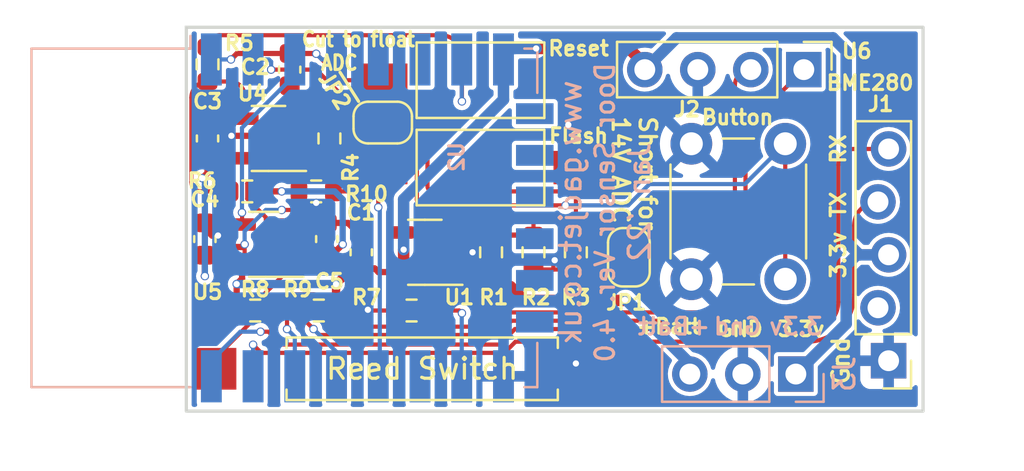
<source format=kicad_pcb>
(kicad_pcb (version 20211014) (generator pcbnew)
  (layers (0 "F.Cu" signal) (31 "B.Cu" signal) (34 "B.Paste" user) (35 "F.Paste" user) (36 "B.SilkS" user "B.Silkscreen") (37 "F.SilkS" user "F.Silkscreen") (38 "B.Mask" user) (39 "F.Mask" user) (44 "Edge.Cuts" user))
  (net 0 "")
  (net 1 "VCC")
  (net 2 "GND")
  (net 3 "Net-(C5-Pad1)")
  (net 5 "Net-(J1-Pad4)")
  (net 6 "Net-(J1-Pad5)")
  (net 7 "+BATT")
  (net 8 "Net-(JP1-Pad2)")
  (net 9 "Net-(R5-Pad1)")
  (net 10 "GPIO13")
  (net 11 "SCL")
  (net 12 "SDA")
  (net 13 "Net-(JP1-Pad1)")
  (net 14 "Net-(SW2-Pad2)")
  (net 16 "EN")
  (net 25 "Net-(J2-Pad1)")
  (net 26 "Net-(R7-Pad1)")
  (net 28 "Net-(JP2-Pad2)")
  (net 29 "Net-(R10-Pad2)")
  (footprint "Resistor_SMD:R_0603_1608Metric" (layer "F.Cu") (at 139.954 92.202 -90)
    (fp_text reference "R2" (at 2.159 -0.127 180) (layer "F.SilkS") (effects (font (size 0.7 0.7) (thickness 0.153))))
    (fp_text value "1M05")
    (pad "1" smd roundrect locked (at -0.825 0 270) (size 0.8 0.95) (layers "F.Cu" "F.Paste" "F.Mask") (net 8 "Net-(JP1-Pad2)"))
    (pad "2" smd roundrect locked (at 0.825 0 270) (size 0.8 0.95) (layers "F.Cu" "F.Paste" "F.Mask") (net 2 "GND"))
  )
  (footprint "Capacitor_SMD:C_0603_1608Metric" (layer "F.Cu") (at 128.27 83.439 -90)
    (fp_text reference "C2" (at -0.127 1.651 180) (layer "F.SilkS") (effects (font (size 0.7 0.7) (thickness 0.153))))
    (fp_text value "100nF")
    (pad "1" smd roundrect locked (at -0.775 0 270) (size 0.9 0.95) (layers "F.Cu" "F.Paste" "F.Mask") (net 14 "Net-(SW2-Pad2)"))
    (pad "2" smd roundrect locked (at 0.775 0 270) (size 0.9 0.95) (layers "F.Cu" "F.Paste" "F.Mask") (net 2 "GND"))
  )
  (footprint "Connector_PinHeader_2.54mm:PinHeader_1x04_P2.54mm_Vertical" (layer "F.Cu") (at 152.908 83.439 -90)
    (fp_text reference "U6" (at -0.889 -2.54 180) (layer "F.SilkS") (effects (font (size 0.7 0.7) (thickness 0.153))))
    (fp_text value "AHT10")
    (pad "1" thru_hole rect locked (at 0 0 270) (size 1.7 1.7) (drill 1) (layers *.Cu *.Mask) (net 12 "SDA"))
    (pad "2" thru_hole oval locked (at 0 2.54 270) (size 1.7 1.7) (drill 1) (layers *.Cu *.Mask) (net 11 "SCL"))
    (pad "3" thru_hole oval locked (at 0 5.08 270) (size 1.7 1.7) (drill 1) (layers *.Cu *.Mask) (net 2 "GND"))
    (pad "4" thru_hole oval locked (at 0 7.62 270) (size 1.7 1.7) (drill 1) (layers *.Cu *.Mask) (net 1 "VCC"))
  )
  (footprint "Package_TO_SOT_SMD:SOT-23-5" (layer "F.Cu") (at 127.254 86.741 180)
    (fp_text reference "U4" (at 0.762 2.159) (layer "F.SilkS") (effects (font (size 0.7 0.7) (thickness 0.153))))
    (fp_text value "74AHC1G86")
    (pad "1" smd roundrect locked (at -1.1375 -0.95 180) (size 1.325 0.6) (layers "F.Cu" "F.Paste" "F.Mask") (net 25 "Net-(J2-Pad1)"))
    (pad "2" smd roundrect locked (at -1.1375 0 180) (size 1.325 0.6) (layers "F.Cu" "F.Paste" "F.Mask") (net 1 "VCC"))
    (pad "3" smd roundrect locked (at -1.1375 0.95 180) (size 1.325 0.6) (layers "F.Cu" "F.Paste" "F.Mask") (net 2 "GND"))
    (pad "4" smd roundrect locked (at 1.1375 0.95 180) (size 1.325 0.6) (layers "F.Cu" "F.Paste" "F.Mask") (net 9 "Net-(R5-Pad1)"))
    (pad "5" smd roundrect locked (at 1.1375 -0.95 180) (size 1.325 0.6) (layers "F.Cu" "F.Paste" "F.Mask") (net 1 "VCC"))
  )
  (footprint "Resistor_SMD:R_0603_1608Metric" (layer "F.Cu") (at 134.112 94.996 180)
    (fp_text reference "R7" (at 2.159 0.635) (layer "F.SilkS") (effects (font (size 0.7 0.7) (thickness 0.153))))
    (fp_text value "10K")
    (pad "1" smd roundrect locked (at -0.825 0 180) (size 0.8 0.95) (layers "F.Cu" "F.Paste" "F.Mask") (net 26 "Net-(R7-Pad1)"))
    (pad "2" smd roundrect locked (at 0.825 0 180) (size 0.8 0.95) (layers "F.Cu" "F.Paste" "F.Mask") (net 2 "GND"))
  )
  (footprint "Resistor_SMD:R_0603_1608Metric" (layer "F.Cu") (at 129.54 89.281)
    (fp_text reference "R10" (at 2.413 0.127) (layer "F.SilkS") (effects (font (size 0.7 0.7) (thickness 0.153))))
    (fp_text value "10K")
    (pad "1" smd roundrect locked (at -0.825 0) (size 0.8 0.95) (layers "F.Cu" "F.Paste" "F.Mask") (net 1 "VCC"))
    (pad "2" smd roundrect locked (at 0.825 0) (size 0.8 0.95) (layers "F.Cu" "F.Paste" "F.Mask") (net 29 "Net-(R10-Pad2)"))
  )
  (footprint "Resistor_SMD:R_0603_1608Metric" (layer "F.Cu") (at 126.619 94.996)
    (fp_text reference "R8" (at 0 -1.016) (layer "F.SilkS") (effects (font (size 0.7 0.7) (thickness 0.153))))
    (fp_text value "4K7")
    (pad "1" smd roundrect locked (at -0.825 0) (size 0.8 0.95) (layers "F.Cu" "F.Paste" "F.Mask") (net 1 "VCC"))
    (pad "2" smd roundrect locked (at 0.825 0) (size 0.8 0.95) (layers "F.Cu" "F.Paste" "F.Mask") (net 11 "SCL"))
  )
  (footprint "Resistor_SMD:R_0603_1608Metric" (layer "F.Cu") (at 130.175 86.741 -90)
    (fp_text reference "R4" (at 1.397 -1.016 -90) (layer "F.SilkS") (effects (font (size 0.7 0.7) (thickness 0.153))))
    (fp_text value "1M05")
    (pad "1" smd roundrect locked (at -0.825 0 270) (size 0.8 0.95) (layers "F.Cu" "F.Paste" "F.Mask") (net 1 "VCC"))
    (pad "2" smd roundrect locked (at 0.825 0 270) (size 0.8 0.95) (layers "F.Cu" "F.Paste" "F.Mask") (net 25 "Net-(J2-Pad1)"))
  )
  (footprint "Resistor_SMD:R_0603_1608Metric" (layer "F.Cu") (at 141.986 92.202 -90)
    (fp_text reference "R3" (at 2.159 0 180) (layer "F.SilkS") (effects (font (size 0.7 0.7) (thickness 0.153))))
    (fp_text value "330k")
    (pad "1" smd roundrect locked (at -0.825 0 270) (size 0.8 0.95) (layers "F.Cu" "F.Paste" "F.Mask") (net 13 "Net-(JP1-Pad1)"))
    (pad "2" smd roundrect locked (at 0.825 0 270) (size 0.8 0.95) (layers "F.Cu" "F.Paste" "F.Mask") (net 2 "GND"))
  )
  (footprint "Resistor_SMD:R_0603_1608Metric" (layer "F.Cu") (at 124.333 83.185 90)
    (fp_text reference "R5" (at 1.016 1.524 180) (layer "F.SilkS") (effects (font (size 0.7 0.7) (thickness 0.153))))
    (fp_text value "10K")
    (pad "1" smd roundrect locked (at -0.825 0 90) (size 0.8 0.95) (layers "F.Cu" "F.Paste" "F.Mask") (net 9 "Net-(R5-Pad1)"))
    (pad "2" smd roundrect locked (at 0.825 0 90) (size 0.8 0.95) (layers "F.Cu" "F.Paste" "F.Mask") (net 10 "GPIO13"))
  )
  (footprint "Capacitor_SMD:C_0603_1608Metric" (layer "F.Cu") (at 131.699 92.202 90)
    (fp_text reference "C1" (at 1.905 0 180) (layer "F.SilkS") (effects (font (size 0.7 0.7) (thickness 0.153))))
    (fp_text value "2.2uF")
    (pad "1" smd roundrect locked (at -0.775 0 90) (size 0.9 0.95) (layers "F.Cu" "F.Paste" "F.Mask") (net 1 "VCC"))
    (pad "2" smd roundrect locked (at 0.775 0 90) (size 0.9 0.95) (layers "F.Cu" "F.Paste" "F.Mask") (net 2 "GND"))
  )
  (footprint "Capacitor_SMD:C_0603_1608Metric" (layer "F.Cu") (at 124.333 86.741 90)
    (fp_text reference "C3" (at 1.778 0 180) (layer "F.SilkS") (effects (font (size 0.7 0.7) (thickness 0.153))))
    (fp_text value "100nF")
    (pad "1" smd roundrect locked (at -0.775 0 90) (size 0.9 0.95) (layers "F.Cu" "F.Paste" "F.Mask") (net 1 "VCC"))
    (pad "2" smd roundrect locked (at 0.775 0 90) (size 0.9 0.95) (layers "F.Cu" "F.Paste" "F.Mask") (net 2 "GND"))
  )
  (footprint "Jumper:SolderJumper-2_P1.3mm_Bridged_RoundedPad1.0x1.5mm" (layer "F.Cu") (at 132.73 85.979 180)
    (fp_text reference "JP2" (at 2.301 1.524 302 unlocked) (layer "F.SilkS") (effects (font (size 0.7 0.7) (thickness 0.153))))
    (fp_text value "SolderJumper_2_Bridged")
    (fp_poly (pts (xy 0.25 -0.3) (xy -0.25 -0.3) (xy -0.25 0.3) (xy 0.25 0.3)) (layer "F.Cu") (width 0) (fill solid))
    (pad "1" smd custom locked (at -0.65 0 180) (size 1 0.5) (layers "F.Cu" "F.Mask") (net 8 "Net-(JP1-Pad2)") (options (clearance outline) (anchor rect)) (primitives (gr_circle (center 0 0.25) (end 0.5 0.25) (width 0) (fill yes)) (gr_circle (center 0 -0.25) (end 0.5 -0.25) (width 0) (fill yes)) (gr_poly (pts (xy 0.5 0.75) (xy 0 0.75) (xy 0 -0.75) (xy 0.5 -0.75)) (width 0) (fill yes))))
    (pad "2" smd custom locked (at 0.65 0 180) (size 1 0.5) (layers "F.Cu" "F.Mask") (net 28 "Net-(JP2-Pad2)") (options (clearance outline) (anchor rect)) (primitives (gr_circle (center 0 0.25) (end 0.5 0.25) (width 0) (fill yes)) (gr_circle (center 0 -0.25) (end 0.5 -0.25) (width 0) (fill yes)) (gr_poly (pts (xy 0 0.75) (xy -0.5 0.75) (xy -0.5 -0.75) (xy 0 -0.75)) (width 0) (fill yes))))
  )
  (footprint "Button_Switch_THT:SW_PUSH_6mm_H7.3mm" (layer "F.Cu") (at 152.019 86.995 -90)
    (fp_text reference "J2" (at -1.651 4.699 180) (layer "F.SilkS") (effects (font (size 0.7 0.7) (thickness 0.153))))
    (fp_text value "Conn_01x02_Male")
    (pad "1" thru_hole circle locked (at 0 0) (size 2 2) (drill 1.1) (layers *.Cu *.Mask) (net 25 "Net-(J2-Pad1)"))
    (pad "1" thru_hole circle locked (at 6.5 0) (size 2 2) (drill 1.1) (layers *.Cu *.Mask) (net 25 "Net-(J2-Pad1)"))
    (pad "2" thru_hole circle locked (at 0 4.5) (size 2 2) (drill 1.1) (layers *.Cu *.Mask) (net 2 "GND"))
    (pad "2" thru_hole circle locked (at 6.5 4.5) (size 2 2) (drill 1.1) (layers *.Cu *.Mask) (net 2 "GND"))
  )
  (footprint "Capacitor_SMD:C_0603_1608Metric" (layer "F.Cu") (at 124.206 91.567 90)
    (fp_text reference "C4" (at 1.905 0 180) (layer "F.SilkS") (effects (font (size 0.7 0.7) (thickness 0.153))))
    (fp_text value "100nF")
    (pad "1" smd roundrect locked (at -0.775 0 90) (size 0.9 0.95) (layers "F.Cu" "F.Paste" "F.Mask") (net 1 "VCC"))
    (pad "2" smd roundrect locked (at 0.775 0 90) (size 0.9 0.95) (layers "F.Cu" "F.Paste" "F.Mask") (net 2 "GND"))
  )
  (footprint "Connector_PinHeader_2.54mm:PinHeader_1x05_P2.54mm_Vertical" (layer "F.Cu") (at 156.718 97.404 180)
    (fp_text reference "J1" (at 0.127 12.314) (layer "F.SilkS") (effects (font (size 0.7 0.7) (thickness 0.153))))
    (fp_text value "Conn_01x05_Male")
    (pad "1" thru_hole rect locked (at -0.254 0 180) (size 1.7 1.7) (drill 1) (layers *.Cu *.Mask) (net 2 "GND"))
    (pad "2" thru_hole oval locked (at 0.254 2.54 180) (size 1.7 1.7) (drill 1) (layers *.Cu *.Mask))
    (pad "3" thru_hole oval locked (at -0.254 5.08 180) (size 1.7 1.7) (drill 1) (layers *.Cu *.Mask) (net 1 "VCC"))
    (pad "4" thru_hole oval locked (at 0.254 7.62 180) (size 1.7 1.7) (drill 1) (layers *.Cu *.Mask) (net 5 "Net-(J1-Pad4)"))
    (pad "5" thru_hole oval locked (at -0.254 10.16 180) (size 1.7 1.7) (drill 1) (layers *.Cu *.Mask) (net 6 "Net-(J1-Pad5)"))
  )
  (footprint "Resistor_SMD:R_0603_1608Metric" (layer "F.Cu") (at 126.238 89.281)
    (fp_text reference "R6" (at -2.159 -0.508) (layer "F.SilkS") (effects (font (size 0.7 0.7) (thickness 0.153))))
    (fp_text value "10K")
    (pad "1" smd roundrect locked (at -0.825 0) (size 0.8 0.95) (layers "F.Cu" "F.Paste" "F.Mask") (net 9 "Net-(R5-Pad1)"))
    (pad "2" smd roundrect locked (at 0.825 0) (size 0.8 0.95) (layers "F.Cu" "F.Paste" "F.Mask") (net 3 "Net-(C5-Pad1)"))
  )
  (footprint "Package_TO_SOT_SMD:SOT-23-5" (layer "F.Cu") (at 134.747 92.202 180)
    (fp_text reference "U1" (at -1.651 -2.159) (layer "F.SilkS") (effects (font (size 0.7 0.7) (thickness 0.153))))
    (fp_text value "SPX3819M5-L-3-3")
    (pad "1" smd roundrect locked (at -1.1375 -0.95 180) (size 1.325 0.6) (layers "F.Cu" "F.Paste" "F.Mask") (net 7 "+BATT"))
    (pad "2" smd roundrect locked (at -1.1375 0 180) (size 1.325 0.6) (layers "F.Cu" "F.Paste" "F.Mask") (net 2 "GND"))
    (pad "3" smd roundrect locked (at -1.1375 0.95 180) (size 1.325 0.6) (layers "F.Cu" "F.Paste" "F.Mask") (net 7 "+BATT"))
    (pad "4" smd roundrect locked (at 1.1375 0.95 180) (size 1.325 0.6) (layers "F.Cu" "F.Paste" "F.Mask"))
    (pad "5" smd roundrect locked (at 1.1375 -0.95 180) (size 1.325 0.6) (layers "F.Cu" "F.Paste" "F.Mask") (net 1 "VCC"))
  )
  (footprint "Resistor_SMD:R_0603_1608Metric" (layer "F.Cu") (at 137.922 92.202 90)
    (fp_text reference "R1" (at -2.159 0.127 180) (layer "F.SilkS") (effects (font (size 0.7 0.7) (thickness 0.153))))
    (fp_text value "3M3")
    (pad "1" smd roundrect locked (at -0.825 0 90) (size 0.8 0.95) (layers "F.Cu" "F.Paste" "F.Mask") (net 7 "+BATT"))
    (pad "2" smd roundrect locked (at 0.825 0 90) (size 0.8 0.95) (layers "F.Cu" "F.Paste" "F.Mask") (net 8 "Net-(JP1-Pad2)"))
  )
  (footprint "Resistor_SMD:R_0603_1608Metric" (layer "F.Cu") (at 129.667 94.996 180)
    (fp_text reference "R9" (at 1.016 1.016) (layer "F.SilkS") (effects (font (size 0.7 0.7) (thickness 0.153))))
    (fp_text value "4K7")
    (pad "1" smd roundrect locked (at -0.825 0 180) (size 0.8 0.95) (layers "F.Cu" "F.Paste" "F.Mask") (net 1 "VCC"))
    (pad "2" smd roundrect locked (at 0.825 0 180) (size 0.8 0.95) (layers "F.Cu" "F.Paste" "F.Mask") (net 12 "SDA"))
  )
  (footprint "Button_Switch_SMD:SW_SPST_REED_CT10-XXXX-G2" (layer "F.Cu") (at 134.62 97.79 180)
    (fp_text reference "Reed Switch" (at 0 0) (layer "F.SilkS") (effects (font (thickness 0.153))))
    (fp_text value "SW_Reed")
    (pad "1" smd rect locked (at -9.906 0 180) (size 2 2) (layers "F.Cu" "F.Paste" "F.Mask") (net 2 "GND"))
    (pad "2" smd rect locked (at 9.906 0 180) (size 2 2) (layers "F.Cu" "F.Paste" "F.Mask") (net 25 "Net-(J2-Pad1)"))
  )
  (footprint "Jumper:SolderJumper-2_P1.3mm_Open_RoundedPad1.0x1.5mm" (layer "F.Cu") (at 144.526 92.441 90)
    (fp_text reference "JP1" (at -2.174 -0.127) (layer "F.SilkS") (effects (font (size 0.7 0.7) (thickness 0.153))))
    (fp_text value "Jumper_2_Open")
    (pad "1" smd custom locked (at -0.65 0 90) (size 1 0.5) (layers "F.Cu" "F.Mask") (net 13 "Net-(JP1-Pad1)") (options (clearance outline) (anchor rect)) (primitives (gr_circle (center 0 0.25) (end 0.5 0.25) (width 0) (fill yes)) (gr_circle (center 0 -0.25) (end 0.5 -0.25) (width 0) (fill yes)) (gr_poly (pts (xy 0.5 0.75) (xy 0 0.75) (xy 0 -0.75) (xy 0.5 -0.75)) (width 0) (fill yes))))
    (pad "2" smd custom locked (at 0.65 0 90) (size 1 0.5) (layers "F.Cu" "F.Mask") (net 8 "Net-(JP1-Pad2)") (options (clearance outline) (anchor rect)) (primitives (gr_circle (center 0 0.25) (end 0.5 0.25) (width 0) (fill yes)) (gr_circle (center 0 -0.25) (end 0.5 -0.25) (width 0) (fill yes)) (gr_poly (pts (xy 0 0.75) (xy -0.5 0.75) (xy -0.5 -0.75) (xy 0 -0.75)) (width 0) (fill yes))))
  )
  (footprint "Button_Switch_SMD:SW_SPST_FSMSM" (layer "F.Cu") (at 137.414 83.947 180)
    (fp_text reference "Reset" (at -4.699 1.524 180) (layer "F.SilkS") (effects (font (size 0.7 0.7) (thickness 0.153))))
    (fp_text value "SW_Reset")
    (pad "1" smd rect locked (at -4.59 0 180) (size 2.18 1.6) (layers "F.Cu" "F.Paste" "F.Mask") (net 2 "GND"))
    (pad "2" smd rect locked (at 4.59 0 180) (size 2.18 1.6) (layers "F.Cu" "F.Paste" "F.Mask") (net 14 "Net-(SW2-Pad2)"))
  )
  (footprint "Package_TO_SOT_SMD:SOT-23-5" (layer "F.Cu") (at 127.127 91.821 180)
    (fp_text reference "U5" (at 2.794 -2.286) (layer "F.SilkS") (effects (font (size 0.7 0.7) (thickness 0.153))))
    (fp_text value "74AHC1G86")
    (pad "1" smd roundrect locked (at -1.1375 -0.95 180) (size 1.325 0.6) (layers "F.Cu" "F.Paste" "F.Mask") (net 25 "Net-(J2-Pad1)"))
    (pad "2" smd roundrect locked (at -1.1375 0 180) (size 1.325 0.6) (layers "F.Cu" "F.Paste" "F.Mask") (net 3 "Net-(C5-Pad1)"))
    (pad "3" smd roundrect locked (at -1.1375 0.95 180) (size 1.325 0.6) (layers "F.Cu" "F.Paste" "F.Mask") (net 2 "GND"))
    (pad "4" smd roundrect locked (at 1.1375 0.95 180) (size 1.325 0.6) (layers "F.Cu" "F.Paste" "F.Mask") (net 16 "EN"))
    (pad "5" smd roundrect locked (at 1.1375 -0.95 180) (size 1.325 0.6) (layers "F.Cu" "F.Paste" "F.Mask") (net 1 "VCC"))
  )
  (footprint "Capacitor_SMD:C_0603_1608Metric" (layer "F.Cu") (at 130.048 91.567 90)
    (fp_text reference "C5" (at -2.032 0.127 180) (layer "F.SilkS") (effects (font (size 0.7 0.7) (thickness 0.153))))
    (fp_text value "1uF")
    (pad "1" smd roundrect locked (at -0.775 0 90) (size 0.9 0.95) (layers "F.Cu" "F.Paste" "F.Mask") (net 3 "Net-(C5-Pad1)"))
    (pad "2" smd roundrect locked (at 0.775 0 90) (size 0.9 0.95) (layers "F.Cu" "F.Paste" "F.Mask") (net 2 "GND"))
  )
  (footprint "Button_Switch_SMD:SW_SPST_FSMSM" (layer "F.Cu") (at 137.414 88.138)
    (fp_text reference "Flash" (at 4.699 -1.524) (layer "F.SilkS") (effects (font (size 0.7 0.7) (thickness 0.153))))
    (fp_text value "SW_Flash")
    (pad "1" smd rect locked (at -4.59 0) (size 2.18 1.6) (layers "F.Cu" "F.Paste" "F.Mask") (net 29 "Net-(R10-Pad2)"))
    (pad "2" smd rect locked (at 4.59 0) (size 2.18 1.6) (layers "F.Cu" "F.Paste" "F.Mask") (net 2 "GND"))
  )
  (footprint "Connector_PinHeader_2.54mm:PinHeader_1x03_P2.54mm_Vertical" (layer "B.Cu") (at 152.527 98.044 90)
    (fp_text reference "J3" (at 0 2.33 270) (layer "B.SilkS") (effects (justify mirror)))
    (fp_text value "Conn_01x03")
    (pad "1" thru_hole rect locked (at 0 0 90) (size 1.7 1.7) (drill 1) (layers *.Cu *.Mask) (net 1 "VCC"))
    (pad "2" thru_hole oval locked (at 0 -2.54 90) (size 1.7 1.7) (drill 1) (layers *.Cu *.Mask) (net 2 "GND"))
    (pad "3" thru_hole oval locked (at 0 -5.08 90) (size 1.7 1.7) (drill 1) (layers *.Cu *.Mask) (net 7 "+BATT"))
  )
  (footprint "RF_Module:ESP-12E" (layer "B.Cu") (at 128.016 90.551 -90)
    (fp_text reference locked "U2" (at -2.921 -8.255 90) (layer "B.SilkS") (effects (font (size 0.7 0.7)) (justify mirror)))
    (fp_text value "ESP-12F")
    (pad "1" smd rect locked (at -7.6 3.5 270) (size 2.5 1) (layers "B.Cu" "B.Paste" "B.Mask") (net 14 "Net-(SW2-Pad2)"))
    (pad "2" smd rect locked (at -7.6 1.5 270) (size 2.5 1) (layers "B.Cu" "B.Paste" "B.Mask") (net 28 "Net-(JP2-Pad2)"))
    (pad "3" smd rect locked (at -7.6 -0.5 270) (size 2.5 1) (layers "B.Cu" "B.Paste" "B.Mask") (net 16 "EN"))
    (pad "4" smd rect locked (at -7.6 -2.5 270) (size 2.5 1) (layers "B.Cu" "B.Paste" "B.Mask") (net 14 "Net-(SW2-Pad2)"))
    (pad "5" smd rect locked (at -7.6 -4.5 270) (size 2.5 1) (layers "B.Cu" "B.Paste" "B.Mask"))
    (pad "6" smd rect locked (at -7.6 -6.5 270) (size 2.5 1) (layers "B.Cu" "B.Paste" "B.Mask"))
    (pad "7" smd rect locked (at -7.6 -8.5 270) (size 2.5 1) (layers "B.Cu" "B.Paste" "B.Mask") (net 10 "GPIO13"))
    (pad "8" smd rect locked (at -7.6 -10.5 270) (size 2.5 1) (layers "B.Cu" "B.Paste" "B.Mask") (net 1 "VCC"))
    (pad "9" smd rect locked (at -5 -12 270) (size 1 1.8) (layers "B.Cu" "B.Paste" "B.Mask"))
    (pad "10" smd rect locked (at -3 -12 270) (size 1 1.8) (layers "B.Cu" "B.Paste" "B.Mask"))
    (pad "11" smd rect locked (at -1 -12 270) (size 1 1.8) (layers "B.Cu" "B.Paste" "B.Mask"))
    (pad "12" smd rect locked (at 1 -12 270) (size 1 1.8) (layers "B.Cu" "B.Paste" "B.Mask"))
    (pad "13" smd rect locked (at 3 -12 270) (size 1 1.8) (layers "B.Cu" "B.Paste" "B.Mask"))
    (pad "14" smd rect locked (at 5 -12 270) (size 1 1.8) (layers "B.Cu" "B.Paste" "B.Mask"))
    (pad "15" smd rect locked (at 7.6 -10.5 270) (size 2.5 1) (layers "B.Cu" "B.Paste" "B.Mask") (net 2 "GND"))
    (pad "16" smd rect locked (at 7.6 -8.5 270) (size 2.5 1) (layers "B.Cu" "B.Paste" "B.Mask") (net 26 "Net-(R7-Pad1)"))
    (pad "17" smd rect locked (at 7.6 -6.5 270) (size 2.5 1) (layers "B.Cu" "B.Paste" "B.Mask"))
    (pad "18" smd rect locked (at 7.6 -4.5 270) (size 2.5 1) (layers "B.Cu" "B.Paste" "B.Mask") (net 29 "Net-(R10-Pad2)"))
    (pad "19" smd rect locked (at 7.6 -2.5 270) (size 2.5 1) (layers "B.Cu" "B.Paste" "B.Mask") (net 12 "SDA"))
    (pad "20" smd rect locked (at 7.6 -0.5 270) (size 2.5 1) (layers "B.Cu" "B.Paste" "B.Mask") (net 11 "SCL"))
    (pad "21" smd rect locked (at 7.6 1.5 270) (size 2.5 1) (layers "B.Cu" "B.Paste" "B.Mask") (net 5 "Net-(J1-Pad4)"))
    (pad "22" smd rect locked (at 7.6 3.5 270) (size 2.5 1) (layers "B.Cu" "B.Paste" "B.Mask") (net 6 "Net-(J1-Pad5)"))
  )
  (gr_line locked (start 130.683 83.566) (end 131.572 84.963) (layer "F.SilkS") (width 0.153))
  (gr_rect locked (start 123.317 81.407) (end 158.623 99.822) (layer "Edge.Cuts") (width 0.153) (fill none))
  (gr_text "www.gadjet.co.uk" (at 141.732 90.297 90) (layer "B.SilkS") (effects (font (size 1 1)) (justify mirror)))
  (gr_text "Jan '22" (at 145.034 89.789 90) (layer "B.SilkS") (effects (font (size 1 1) (thickness 0.153)) (justify mirror)))
  (gr_text "3.3v" (at 152.527 95.758) (layer "B.SilkS") (effects (font (size 0.8 0.8)) (justify mirror)))
  (gr_text "Gnd" (at 149.733 95.758) (layer "B.SilkS") (effects (font (size 0.8 0.8)) (justify mirror)))
  (gr_text "Door Sensor Ver. 4.0" (at 143.383 90.297 90) (layer "B.SilkS") (effects (font (size 0.9 0.9)) (justify mirror)))
  (gr_text "+Batt" (at 146.685 95.758) (layer "B.SilkS") (effects (font (size 0.8 0.8)) (justify mirror)))
  (gr_text "3.3v" (at 152.781 95.885) (layer "F.SilkS") (effects (font (size 0.7 0.7) (thickness 0.153))))
  (gr_text "RX" (at 154.559 87.249 90) (layer "F.SilkS") (effects (font (size 0.7 0.7) (thickness 0.153))))
  (gr_text "Short for\n14V ADC" (at 144.78 85.598 270) (layer "F.SilkS") (effects (font (size 0.8 0.8) (thickness 0.153)) (justify left)))
  (gr_text "Gnd" (at 154.686 97.409 90) (layer "F.SilkS") (effects (font (size 0.8 0.8) (thickness 0.153))))
  (gr_text "3.3v\n" (at 154.559 92.329 90) (layer "F.SilkS") (effects (font (size 0.7 0.7) (thickness 0.153))))
  (gr_text "+Batt" (at 146.431 95.758) (layer "F.SilkS") (effects (font (size 0.7 0.7) (thickness 0.153))))
  (gr_text "Button" (at 149.733 85.725) (layer "F.SilkS") (effects (font (size 0.7 0.7) (thickness 0.153))))
  (gr_text "BME280" (at 156.083 84.074) (layer "F.SilkS") (effects (font (size 0.7 0.7) (thickness 0.153))))
  (gr_text "Cut to float\n  ADC" (at 128.778 82.55) (layer "F.SilkS") (effects (font (size 0.7 0.6) (thickness 0.153)) (justify left)))
  (gr_text "TX" (at 154.559 89.916 90) (layer "F.SilkS") (effects (font (size 0.7 0.7) (thickness 0.153))))
  (gr_text "GND" (at 149.86 95.885) (layer "F.SilkS") (effects (font (size 0.7 0.7) (thickness 0.153))))
  (segment locked (start 127.026388 87.207499) (end 127.041501 87.207499) (width 0.3) (layer "F.Cu") (net 1))
  (segment locked (start 124.333 87.516) (end 124.333 88.392) (width 0.3) (layer "F.Cu") (net 1))
  (segment locked (start 133.6095 93.152) (end 133.6095 92.9585) (width 0.55) (layer "F.Cu") (net 1))
  (segment locked (start 131.241 92.977) (end 130.492 93.726) (width 0.4) (layer "F.Cu") (net 1))
  (segment locked (start 145.288 83.185) (end 144.526 82.423) (width 0.55) (layer "F.Cu") (net 1))
  (segment locked (start 125.73 94.932) (end 125.729999 93.726001) (width 0.3) (layer "F.Cu") (net 1))
  (segment locked (start 125.14364 87.69214) (end 126.11536 87.69214) (width 0.3) (layer "F.Cu") (net 1))
  (segment locked (start 128.524 90.17) (end 127.889 90.17) (width 0.2) (layer "F.Cu") (net 1))
  (segment locked (start 125.984 91.948) (end 126.111 91.821) (width 0.3) (layer "F.Cu") (net 1))
  (segment locked (start 128.715 89.281) (end 128.715 89.979) (width 0.2) (layer "F.Cu") (net 1))
  (segment locked (start 125.9895 92.771) (end 125.9895 93.4665) (width 0.3) (layer "F.Cu") (net 1))
  (segment locked (start 130.175 86.36) (end 130.175 85.916) (width 0.3) (layer "F.Cu") (net 1))
  (segment locked (start 128.715 89.979) (end 128.524 90.17) (width 0.2) (layer "F.Cu") (net 1))
  (segment locked (start 127.041501 87.207499) (end 127.508 86.741) (width 0.3) (layer "F.Cu") (net 1))
  (segment locked (start 133.730999 92.547403) (end 133.730999 92.074999) (width 0.55) (layer "F.Cu") (net 1))
  (segment locked (start 124.206 92.342) (end 124.206 93.345) (width 0.3) (layer "F.Cu") (net 1))
  (segment locked (start 125.9895 93.4665) (end 125.729999 93.726001) (width 0.3) (layer "F.Cu") (net 1))
  (segment locked (start 132.347 92.977) (end 132.522 93.152) (width 0.3) (layer "F.Cu") (net 1))
  (segment locked (start 133.718948 92.559454) (end 133.730999 92.547403) (width 0.55) (layer "F.Cu") (net 1))
  (segment locked (start 124.333 87.516) (end 124.981 87.516) (width 0.3) (layer "F.Cu") (net 1))
  (segment locked (start 124.206 92.342) (end 124.955 92.342) (width 0.3) (layer "F.Cu") (net 1))
  (segment locked (start 126.542887 87.691) (end 127.026388 87.207499) (width 0.3) (layer "F.Cu") (net 1))
  (segment locked (start 124.955 92.342) (end 125.349 91.948) (width 0.3) (layer "F.Cu") (net 1))
  (segment locked (start 128.3915 86.741) (end 129.794 86.741) (width 0.3) (layer "F.Cu") (net 1))
  (segment locked (start 124.333 88.392) (end 124.079 88.646) (width 0.3) (layer "F.Cu") (net 1))
  (segment locked (start 131.699 92.977) (end 131.241 92.977) (width 0.4) (layer "F.Cu") (net 1))
  (segment locked (start 132.522 93.152) (end 133.6095 93.152) (width 0.3) (layer "F.Cu") (net 1))
  (segment locked (start 144.526 82.423) (end 140.081 82.423) (width 0.55) (layer "F.Cu") (net 1))
  (segment locked (start 131.699 92.977) (end 132.347 92.977) (width 0.3) (layer "F.Cu") (net 1))
  (segment locked (start 126.111 91.821) (end 126.111 92.6495) (width 0.2) (layer "F.Cu") (net 1))
  (segment locked (start 125.349 91.948) (end 125.984 91.948) (width 0.3) (layer "F.Cu") (net 1))
  (segment locked (start 129.794 86.741) (end 130.175 86.36) (width 0.3) (layer "F.Cu") (net 1))
  (segment locked (start 127.508 86.741) (end 128.3915 86.741) (width 0.3) (layer "F.Cu") (net 1))
  (segment locked (start 130.492 94.996) (end 130.492 93.726) (width 0.4) (layer "F.Cu") (net 1))
  (via locked (at 140.081 82.423) (size 0.4) (drill 0.3) (layers "F.Cu" "B.Cu") (net 1))
  (via locked (at 127.889 90.17) (size 0.4) (drill 0.3) (layers "F.Cu" "B.Cu") (net 1))
  (via locked (at 130.492 93.726) (size 0.4) (drill 0.3) (layers "F.Cu" "B.Cu") (net 1))
  (via locked (at 126.111 91.821) (size 0.4) (drill 0.3) (layers "F.Cu" "B.Cu") (net 1))
  (via locked (at 124.079 88.646) (size 0.4) (drill 0.3) (layers "F.Cu" "B.Cu") (net 1))
  (via locked (at 125.729999 93.726001) (size 0.4) (drill 0.3) (layers "F.Cu" "B.Cu") (net 1))
  (via locked (at 124.206 93.345) (size 0.4) (drill 0.3) (layers "F.Cu" "B.Cu") (net 1))
  (via locked (at 133.730999 92.074999) (size 0.4) (drill 0.3) (layers "F.Cu" "B.Cu") (net 1))
  (arc locked (start 125.095 87.63) (mid 125.108846 87.668699) (end 125.14364 87.69214) (width 0.3) (layer "F.Cu") (net 1))
  (arc locked (start 133.6095 92.9585) (mid 133.638496 92.752168) (end 133.718948 92.559454) (width 0.55) (layer "F.Cu") (net 1))
  (arc locked (start 124.981 87.516) (mid 125.06161 87.54939) (end 125.095 87.63) (width 0.3) (layer "F.Cu") (net 1))
  (segment locked (start 154.94 82.55) (end 154.94 91.694) (width 0.55) (layer "B.Cu") (net 1))
  (segment locked (start 124.206 93.345) (end 124.206 88.773) (width 0.3) (layer "B.Cu") (net 1))
  (segment locked (start 127.889 90.17) (end 127.127 90.17) (width 0.2) (layer "B.Cu") (net 1))
  (segment locked (start 133.730999 89.662001) (end 133.730999 92.074999) (width 0.55) (layer "B.Cu") (net 1))
  (segment locked (start 156.972 92.324) (end 155.57 92.324) (width 0.55) (layer "B.Cu") (net 1))
  (segment locked (start 154.94 92.837) (end 154.94 95.631) (width 0.55) (layer "B.Cu") (net 1))
  (segment locked (start 138.516 82.951) (end 138.516 84.877) (width 0.55) (layer "B.Cu") (net 1))
  (segment locked (start 155.453 92.324) (end 154.94 92.837) (width 0.55) (layer "B.Cu") (net 1))
  (segment locked (start 154.305 81.915) (end 154.94 82.55) (width 0.55) (layer "B.Cu") (net 1))
  (segment locked (start 138.516 84.877) (end 133.730999 89.662001) (width 0.55) (layer "B.Cu") (net 1))
  (segment locked (start 140.081 82.423) (end 139.044 82.423) (width 0.55) (layer "B.Cu") (net 1))
  (segment locked (start 125.729999 93.726001) (end 130.492 93.726) (width 0.4) (layer "B.Cu") (net 1))
  (segment locked (start 154.94 91.694) (end 155.57 92.324) (width 0.55) (layer "B.Cu") (net 1))
  (segment locked (start 126.111 91.186) (end 126.111 91.821) (width 0.2) (layer "B.Cu") (net 1))
  (segment locked (start 155.57 92.324) (end 155.453 92.324) (width 0.55) (layer "B.Cu") (net 1))
  (segment locked (start 154.94 95.631) (end 152.527 98.044) (width 0.55) (layer "B.Cu") (net 1))
  (segment locked (start 127.127 90.17) (end 126.111 91.186) (width 0.2) (layer "B.Cu") (net 1))
  (segment locked (start 124.206 88.773) (end 124.079 88.646) (width 0.3) (layer "B.Cu") (net 1))
  (segment locked (start 146.812 81.915) (end 154.305 81.915) (width 0.55) (layer "B.Cu") (net 1))
  (segment locked (start 145.288 83.439) (end 146.812 81.915) (width 0.55) (layer "B.Cu") (net 1))
  (arc locked (start 139.044 82.423) (mid 138.670648 82.577648) (end 138.516 82.951) (width 0.55) (layer "B.Cu") (net 1))
  (segment locked (start 143.449 97.536) (end 141.986 97.536) (width 0.2) (layer "F.Cu") (net 2))
  (segment locked (start 135.8845 92.202) (end 137.033 92.202) (width 0.2) (layer "F.Cu") (net 2))
  (segment locked (start 128.27 84.214) (end 128.27 85.6695) (width 0.2) (layer "F.Cu") (net 2))
  (segment locked (start 133.287 94.996) (end 132.053153 94.996) (width 0.2) (layer "F.Cu") (net 2))
  (segment locked (start 124.968 86.614) (end 125.475999 86.613999) (width 0.3) (layer "F.Cu") (net 2))
  (segment locked (start 131.064 90.792) (end 131.699 91.427) (width 0.3) (layer "F.Cu") (net 2))
  (segment locked (start 130.048 90.792) (end 130.048 90.3385) (width 0.3) (layer "F.Cu") (net 2))
  (segment locked (start 128.3435 90.792) (end 130.048 90.792) (width 0.3) (layer "F.Cu") (net 2))
  (segment locked (start 126.746001 86.613999) (end 127.569 85.791) (width 0.3) (layer "F.Cu") (net 2))
  (segment locked (start 140.906 93.027) (end 141.986 93.027) (width 0.2) (layer "F.Cu") (net 2))
  (segment locked (start 124.5455 91.3985) (end 124.834627 91.3985) (width 0.3) (layer "F.Cu") (net 2))
  (segment locked (start 127.569 85.791) (end 128.3915 85.791) (width 0.3) (layer "F.Cu") (net 2))
  (segment locked (start 141.623 84.328) (end 141.623 87.757) (width 0.3) (layer "F.Cu") (net 2))
  (segment locked (start 132.053153 94.996) (end 132.0165 94.959347) (width 0.2) (layer "F.Cu") (net 2))
  (segment locked (start 140.906 92.647) (end 140.97 92.583) (width 0.2) (layer "F.Cu") (net 2))
  (segment locked (start 130.048 90.792) (end 131.064 90.792) (width 0.3) (layer "F.Cu") (net 2))
  (segment locked (start 139.954 93.027) (end 140.906 93.027) (width 0.2) (layer "F.Cu") (net 2))
  (segment locked (start 125.475999 86.613999) (end 126.746001 86.613999) (width 0.3) (layer "F.Cu") (net 2))
  (segment locked (start 130.048 90.3385) (end 129.54 89.8305) (width 0.3) (layer "F.Cu") (net 2))
  (segment locked (start 124.206 91.059) (end 124.5455 91.3985) (width 0.3) (layer "F.Cu") (net 2))
  (segment locked (start 140.906 93.027) (end 140.906 92.647) (width 0.2) (layer "F.Cu") (net 2))
  (via locked (at 141.986 97.536) (size 0.4) (drill 0.3) (layers "F.Cu" "B.Cu") (net 2))
  (via locked (at 124.834627 91.3985) (size 0.4) (drill 0.3) (layers "F.Cu" "B.Cu") (net 2))
  (via locked (at 125.475999 86.613999) (size 0.4) (drill 0.3) (layers "F.Cu" "B.Cu") (net 2))
  (via locked (at 129.54 89.8305) (size 0.4) (drill 0.3) (layers "F.Cu" "B.Cu") (net 2))
  (via locked (at 137.033 92.202) (size 0.4) (drill 0.3) (layers "F.Cu" "B.Cu") (net 2))
  (via locked (at 140.97 92.583) (size 0.4) (drill 0.3) (layers "F.Cu" "B.Cu") (net 2))
  (via locked (at 141.623 86.088) (size 0.4) (drill 0.3) (layers "F.Cu" "B.Cu") (net 2))
  (via locked (at 132.0165 94.959347) (size 0.4) (drill 0.3) (layers "F.Cu" "B.Cu") (net 2))
  (arc locked (start 124.333 85.979) (mid 124.518987 86.428013) (end 124.968 86.614) (width 0.3) (layer "F.Cu") (net 2))
  (segment locked (start 129.527 91.821) (end 130.048 92.342) (width 0.3) (layer "F.Cu") (net 3))
  (segment locked (start 128.2645 91.821) (end 129.527 91.821) (width 0.3) (layer "F.Cu") (net 3))
  (segment locked (start 130.289 92.342) (end 130.81 91.821) (width 0.3) (layer "F.Cu") (net 3))
  (segment locked (start 127.063 89.281) (end 127.889 89.281) (width 0.3) (layer "F.Cu") (net 3))
  (via locked (at 127.889 89.281) (size 0.4) (drill 0.3) (layers "F.Cu" "B.Cu") (net 3))
  (via locked (at 130.81 91.821) (size 0.4) (drill 0.3) (layers "F.Cu" "B.Cu") (net 3))
  (segment locked (start 130.81 89.662) (end 130.429 89.281) (width 0.3) (layer "B.Cu") (net 3))
  (segment locked (start 130.81 91.821) (end 130.81 89.662) (width 0.3) (layer "B.Cu") (net 3))
  (segment locked (start 130.429 89.281) (end 127.889 89.281) (width 0.3) (layer "B.Cu") (net 3))
  (segment locked (start 153.064511 96.490489) (end 139.094511 96.490489) (width 0.2) (layer "F.Cu") (net 5))
  (segment locked (start 139.094511 96.490489) (end 138.557 97.028) (width 0.2) (layer "F.Cu") (net 5))
  (segment locked (start 155.321 90.927) (end 155.321 94.234) (width 0.2) (layer "F.Cu") (net 5))
  (segment locked (start 126.908002 97.028) (end 126.516 96.635998) (width 0.2) (layer "F.Cu") (net 5))
  (segment locked (start 138.557 97.028) (end 126.908002 97.028) (width 0.2) (layer "F.Cu") (net 5))
  (via locked (at 126.516 96.635998) (size 0.4) (drill 0.3) (layers "F.Cu" "B.Cu") (net 5))
  (arc locked (start 156.464 89.784) (mid 155.655777 90.118777) (end 155.321 90.927) (width 0.2) (layer "F.Cu") (net 5))
  (arc locked (start 153.064511 96.490489) (mid 154.66009 95.829579) (end 155.321 94.234) (width 0.2) (layer "F.Cu") (net 5))
  (segment locked (start 126.516 98.151) (end 126.516 96.635998) (width 0.2) (layer "B.Cu") (net 5))
  (segment locked (start 127.254 96.012) (end 127.870489 96.628489) (width 0.2) (layer "F.Cu") (net 6))
  (segment locked (start 127.870489 96.628489) (end 138.321511 96.628489) (width 0.2) (layer "F.Cu") (net 6))
  (segment locked (start 139.065 95.885) (end 153.264484 95.885) (width 0.2) (layer "F.Cu") (net 6))
  (segment locked (start 155.326 87.244) (end 156.972 87.244) (width 0.2) (layer "F.Cu") (net 6))
  (segment locked (start 126.873 96.012) (end 127.254 96.012) (width 0.2) (layer "F.Cu") (net 6))
  (segment locked (start 138.321511 96.628489) (end 139.065 95.885) (width 0.2) (layer "F.Cu") (net 6))
  (segment locked (start 154.559 94.590484) (end 154.559 88.011) (width 0.2) (layer "F.Cu") (net 6))
  (via locked (at 126.873 96.012) (size 0.4) (drill 0.3) (layers "F.Cu" "B.Cu") (net 6))
  (arc locked (start 155.326 87.244) (mid 154.783649 87.468649) (end 154.559 88.011) (width 0.2) (layer "F.Cu") (net 6))
  (arc locked (start 153.264484 95.885) (mid 154.179845 95.505845) (end 154.559 94.590484) (width 0.2) (layer "F.Cu") (net 6))
  (segment locked (start 124.516 97.401) (end 125.905 96.012) (width 0.2) (layer "B.Cu") (net 6))
  (segment locked (start 125.905 96.012) (end 126.873 96.012) (width 0.2) (layer "B.Cu") (net 6))
  (segment locked (start 137.098 93.152) (end 135.8845 93.152) (width 0.3) (layer "F.Cu") (net 7))
  (segment locked (start 137.223 93.027) (end 137.098 93.152) (width 0.3) (layer "F.Cu") (net 7))
  (segment locked (start 144.304133 94.511467) (end 139.512005 94.511467) (width 0.55) (layer "F.Cu") (net 7))
  (segment locked (start 135.8845 93.152) (end 135.062 93.152) (width 0.2) (layer "F.Cu") (net 7))
  (segment locked (start 134.92248 93.01248) (end 134.92248 91.39152) (width 0.2) (layer "F.Cu") (net 7))
  (segment locked (start 139.512005 94.511467) (end 138.853538 93.853) (width 0.55) (layer "F.Cu") (net 7))
  (segment locked (start 135.062 91.252) (end 135.8845 91.252) (width 0.2) (layer "F.Cu") (net 7))
  (segment locked (start 144.3388 94.4768) (end 144.304133 94.511467) (width 0.55) (layer "F.Cu") (net 7))
  (segment locked (start 138.853538 93.853) (end 135.89 93.853) (width 0.55) (layer "F.Cu") (net 7))
  (segment locked (start 135.8845 93.8475) (end 135.8845 93.152) (width 0.55) (layer "F.Cu") (net 7))
  (segment locked (start 135.89 93.853) (end 135.8845 93.8475) (width 0.55) (layer "F.Cu") (net 7))
  (segment locked (start 137.922 93.027) (end 137.223 93.027) (width 0.3) (layer "F.Cu") (net 7))
  (via locked (at 144.3388 94.4768) (size 0.4) (drill 0.3) (layers "F.Cu" "B.Cu") (net 7))
  (arc locked (start 135.062 91.252) (mid 134.963344 91.292864) (end 134.92248 91.39152) (width 0.2) (layer "F.Cu") (net 7))
  (arc locked (start 135.062 93.152) (mid 134.963344 93.111136) (end 134.92248 93.01248) (width 0.2) (layer "F.Cu") (net 7))
  (segment locked (start 144.3878 94.4768) (end 144.3388 94.4768) (width 0.55) (layer "B.Cu") (net 7))
  (segment locked (start 147.447 97.536) (end 144.3878 94.4768) (width 0.55) (layer "B.Cu") (net 7))
  (segment locked (start 142.990835 91.791) (end 144.526 91.791) (width 0.2) (layer "F.Cu") (net 8))
  (segment locked (start 141.732 90.551) (end 140.208 90.551) (width 0.2) (layer "F.Cu") (net 8))
  (segment locked (start 134.62 85.979) (end 133.38 85.979) (width 0.2) (layer "F.Cu") (net 8))
  (segment locked (start 137.922 91.377) (end 139.954 91.377) (width 0.25) (layer "F.Cu") (net 8))
  (segment locked (start 139.954 90.805) (end 139.954 91.377) (width 0.2) (layer "F.Cu") (net 8))
  (segment locked (start 141.732 89.281) (end 135.128 89.281) (width 0.2) (layer "F.Cu") (net 8))
  (segment locked (start 142.341427 90.551) (end 141.732 90.551) (width 0.2) (layer "F.Cu") (net 8))
  (segment locked (start 141.986 90.297) (end 141.986 89.535) (width 0.2) (layer "F.Cu") (net 8))
  (segment locked (start 134.874 89.027) (end 134.874 86.233) (width 0.2) (layer "F.Cu") (net 8))
  (segment locked (start 141.732 90.551) (end 141.986 90.297) (width 0.2) (layer "F.Cu") (net 8))
  (segment locked (start 142.76052 90.970093) (end 142.76052 91.560685) (width 0.2) (layer "F.Cu") (net 8))
  (arc locked (start 135.128 89.281) (mid 134.948395 89.206605) (end 134.874 89.027) (width 0.2) (layer "F.Cu") (net 8))
  (arc locked (start 141.986 89.535) (mid 141.911605 89.355395) (end 141.732 89.281) (width 0.2) (layer "F.Cu") (net 8))
  (arc locked (start 142.76052 91.560685) (mid 142.827978 91.723542) (end 142.990835 91.791) (width 0.2) (layer "F.Cu") (net 8))
  (arc locked (start 140.208 90.551) (mid 140.028395 90.625395) (end 139.954 90.805) (width 0.2) (layer "F.Cu") (net 8))
  (arc locked (start 134.62 85.979) (mid 134.799605 86.053395) (end 134.874 86.233) (width 0.2) (layer "F.Cu") (net 8))
  (arc locked (start 142.76052 90.970093) (mid 142.637771 90.673749) (end 142.341427 90.551) (width 0.2) (layer "F.Cu") (net 8))
  (segment locked (start 124.007598 89.281) (end 125.413 89.281) (width 0.2) (layer "F.Cu") (net 9))
  (segment locked (start 123.55848 88.831882) (end 123.55848 84.78452) (width 0.2) (layer "F.Cu") (net 9))
  (segment locked (start 125.412 84.01) (end 124.333 84.01) (width 0.2) (layer "F.Cu") (net 9))
  (segment locked (start 126.1165 85.791) (end 126.1165 84.7145) (width 0.2) (layer "F.Cu") (net 9))
  (arc locked (start 125.412 84.01) (mid 125.910157 84.216343) (end 126.1165 84.7145) (width 0.2) (layer "F.Cu") (net 9))
  (arc locked (start 124.333 84.01) (mid 123.785332 84.236852) (end 123.55848 84.78452) (width 0.2) (layer "F.Cu") (net 9))
  (arc locked (start 124.007598 89.281) (mid 123.690024 89.149456) (end 123.55848 88.831882) (width 0.2) (layer "F.Cu") (net 9))
  (segment locked (start 136.525 82.804) (end 136.525 84.963) (width 0.2) (layer "F.Cu") (net 10))
  (segment locked (start 124.905 81.788) (end 135.509 81.788) (width 0.2) (layer "F.Cu") (net 10))
  (via locked (at 136.525 84.963) (size 0.4) (drill 0.3) (layers "F.Cu" "B.Cu") (net 10))
  (arc locked (start 135.509 81.788) (mid 136.22742 82.08558) (end 136.525 82.804) (width 0.2) (layer "F.Cu") (net 10))
  (arc locked (start 124.905 81.788) (mid 124.500535 81.955535) (end 124.333 82.36) (width 0.2) (layer "F.Cu") (net 10))
  (segment locked (start 136.516 84.954) (end 136.516 82.951) (width 0.2) (layer "B.Cu") (net 10))
  (segment locked (start 136.525 84.963) (end 136.516 84.954) (width 0.2) (layer "B.Cu") (net 10))
  (segment locked (start 128.14248 94.99548) (end 128.14248 94.48852) (width 0.2) (layer "F.Cu") (net 11))
  (segment locked (start 127.444 94.996) (end 128.14196 94.996) (width 0.2) (layer "F.Cu") (net 11))
  (segment locked (start 128.40952 94.22148) (end 129.40048 94.22148) (width 0.2) (layer "F.Cu") (net 11))
  (segment locked (start 129.79248 95.477907) (end 130.085093 95.77052) (width 0.2) (layer "F.Cu") (net 11))
  (segment locked (start 138.049492 95.77052) (end 138.734036 95.085978) (width 0.2) (layer "F.Cu") (net 11))
  (segment locked (start 138.734036 95.085978) (end 148.754022 95.085978) (width 0.2) (layer "F.Cu") (net 11))
  (segment locked (start 128.14196 94.996) (end 128.14248 94.99548) (width 0.2) (layer "F.Cu") (net 11))
  (segment locked (start 130.085093 95.77052) (end 138.049492 95.77052) (width 0.2) (layer "F.Cu") (net 11))
  (segment locked (start 129.79248 94.61348) (end 129.79248 95.477907) (width 0.2) (layer "F.Cu") (net 11))
  (segment locked (start 128.14248 95.88448) (end 128.143 95.885) (width 0.2) (layer "F.Cu") (net 11))
  (segment locked (start 128.14248 94.99548) (end 128.14248 95.88448) (width 0.2) (layer "F.Cu") (net 11))
  (segment locked (start 149.606 94.234) (end 149.606 84.201) (width 0.2) (layer "F.Cu") (net 11))
  (via locked (at 128.143 95.885) (size 0.4) (drill 0.3) (layers "F.Cu" "B.Cu") (net 11))
  (arc locked (start 148.754022 95.085978) (mid 149.356461 94.836439) (end 149.606 94.234) (width 0.2) (layer "F.Cu") (net 11))
  (arc locked (start 149.606 84.201) (mid 149.829185 83.662185) (end 150.368 83.439) (width 0.2) (layer "F.Cu") (net 11))
  (arc locked (start 129.40048 94.22148) (mid 129.677666 94.336294) (end 129.79248 94.61348) (width 0.2) (layer "F.Cu") (net 11))
  (arc locked (start 128.14248 94.48852) (mid 128.220694 94.299694) (end 128.40952 94.22148) (width 0.2) (layer "F.Cu") (net 11))
  (segment locked (start 128.516 96.258) (end 128.143 95.885) (width 0.2) (layer "B.Cu") (net 11))
  (segment locked (start 128.516 98.151) (end 128.516 96.258) (width 0.2) (layer "B.Cu") (net 11))
  (segment locked (start 138.899518 95.485489) (end 138.214975 96.170031) (width 0.2) (layer "F.Cu") (net 12))
  (segment locked (start 150.114 86.233) (end 150.114 94.488) (width 0.2) (layer "F.Cu") (net 12))
  (segment locked (start 129.698031 96.170031) (end 129.413 95.885) (width 0.2) (layer "F.Cu") (net 12))
  (segment locked (start 138.214975 96.170031) (end 129.698031 96.170031) (width 0.2) (layer "F.Cu") (net 12))
  (segment locked (start 149.116511 95.485489) (end 138.899518 95.485489) (width 0.2) (layer "F.Cu") (net 12))
  (segment locked (start 152.908 83.439) (end 150.114 86.233) (width 0.2) (layer "F.Cu") (net 12))
  (segment locked (start 128.842 95.314) (end 129.413 95.885) (width 0.2) (layer "F.Cu") (net 12))
  (via locked (at 129.413 95.885) (size 0.4) (drill 0.3) (layers "F.Cu" "B.Cu") (net 12))
  (arc locked (start 149.116511 95.485489) (mid 149.821842 95.193331) (end 150.114 94.488) (width 0.2) (layer "F.Cu") (net 12))
  (segment locked (start 130.516 98.151) (end 130.516 96.988) (width 0.2) (layer "B.Cu") (net 12))
  (segment locked (start 130.516 96.988) (end 129.413 95.885) (width 0.2) (layer "B.Cu") (net 12))
  (segment locked (start 142.1765 92.1385) (end 142.5575 92.1385) (width 0.2) (layer "F.Cu") (net 13))
  (segment locked (start 143.51 93.091) (end 144.526 93.091) (width 0.2) (layer "F.Cu") (net 13))
  (segment locked (start 142.5575 92.1385) (end 143.51 93.091) (width 0.2) (layer "F.Cu") (net 13))
  (segment locked (start 141.986 91.377) (end 141.986 91.948) (width 0.2) (layer "F.Cu") (net 13))
  (arc locked (start 142.1765 92.1385) (mid 142.041796 92.082704) (end 141.986 91.948) (width 0.2) (layer "F.Cu") (net 13))
  (segment locked (start 128.27 82.664) (end 125.743 82.664) (width 0.25) (layer "F.Cu") (net 14))
  (segment locked (start 130.81 83.947) (end 129.54 82.677) (width 0.2) (layer "F.Cu") (net 14))
  (segment locked (start 125.743 82.664) (end 125.456 82.951) (width 0.25) (layer "F.Cu") (net 14))
  (segment locked (start 128.27 82.664) (end 129.527 82.664) (width 0.25) (layer "F.Cu") (net 14))
  (segment locked (start 129.527 82.664) (end 129.54 82.677) (width 0.25) (layer "F.Cu") (net 14))
  (segment locked (start 132.824 83.947) (end 130.81 83.947) (width 0.2) (layer "F.Cu") (net 14))
  (via locked (at 125.456 82.951) (size 0.4) (drill 0.3) (layers "F.Cu" "B.Cu") (net 14))
  (via locked (at 129.54 82.677) (size 0.4) (drill 0.3) (layers "F.Cu" "B.Cu") (net 14))
  (segment locked (start 124.516 82.951) (end 125.456 82.951) (width 0.2) (layer "B.Cu") (net 14))
  (segment locked (start 130.516 82.951) (end 129.814 82.951) (width 0.2) (layer "B.Cu") (net 14))
  (segment locked (start 129.814 82.951) (end 129.54 82.677) (width 0.2) (layer "B.Cu") (net 14))
  (segment locked (start 125.9895 90.3025) (end 125.984 90.297) (width 0.2) (layer "F.Cu") (net 16))
  (segment locked (start 125.9895 90.871) (end 125.9895 90.3025) (width 0.2) (layer "F.Cu") (net 16))
  (via locked (at 125.984 90.297) (size 0.4) (drill 0.3) (layers "F.Cu" "B.Cu") (net 16))
  (segment locked (start 128.516 83.701) (end 125.984 86.233) (width 0.2) (layer "B.Cu") (net 16))
  (segment locked (start 125.984 86.233) (end 125.984 90.297) (width 0.2) (layer "B.Cu") (net 16))
  (segment locked (start 128.2645 92.994073) (end 128.2645 92.771) (width 0.2) (layer "F.Cu") (net 25))
  (segment locked (start 128.3915 87.691) (end 130.05 87.691) (width 0.2) (layer "F.Cu") (net 25))
  (segment locked (start 127.381 87.757) (end 126.238 88.9) (width 0.2) (layer "F.Cu") (net 25))
  (segment locked (start 126.238 88.9) (end 126.238 89.637427) (width 0.2) (layer "F.Cu") (net 25))
  (segment locked (start 141.4865 89.9517) (end 134.6557 89.9517) (width 0.2) (layer "F.Cu") (net 25))
  (segment locked (start 128.3255 87.757) (end 127.381 87.757) (width 0.2) (layer "F.Cu") (net 25))
  (segment locked (start 134.282489 87.038489) (end 131.147511 87.038489) (width 0.2) (layer "F.Cu") (net 25))
  (segment locked (start 152.019 86.995) (end 152.019 93.495) (width 0.2) (layer "F.Cu") (net 25))
  (segment locked (start 134.366 89.662) (end 134.366 87.122) (width 0.2) (layer "F.Cu") (net 25))
  (segment locked (start 134.366 87.122) (end 134.282489 87.038489) (width 0.2) (layer "F.Cu") (net 25))
  (segment locked (start 126.49352 94.765053) (end 128.2645 92.994073) (width 0.2) (layer "F.Cu") (net 25))
  (segment locked (start 125.029 96.942427) (end 126.49352 95.477907) (width 0.2) (layer "F.Cu") (net 25))
  (segment locked (start 126.49352 95.477907) (end 126.49352 94.765053) (width 0.2) (layer "F.Cu") (net 25))
  (segment locked (start 127.127 90.526427) (end 127.127 92.202) (width 0.2) (layer "F.Cu") (net 25))
  (segment locked (start 130.874 87.566) (end 130.175 87.566) (width 0.2) (layer "F.Cu") (net 25))
  (segment locked (start 126.238 89.637427) (end 127.127 90.526427) (width 0.2) (layer "F.Cu") (net 25))
  (segment locked (start 127.696 92.771) (end 128.2645 92.771) (width 0.2) (layer "F.Cu") (net 25))
  (segment locked (start 131.053489 87.132511) (end 131.053489 87.386511) (width 0.2) (layer "F.Cu") (net 25))
  (via locked (at 141.4865 89.9517) (size 0.4) (drill 0.3) (layers "F.Cu" "B.Cu") (net 25))
  (arc locked (start 134.6557 89.9517) (mid 134.450851 89.866849) (end 134.366 89.662) (width 0.2) (layer "F.Cu") (net 25))
  (arc locked (start 131.053489 87.386511) (mid 131.000918 87.513429) (end 130.874 87.566) (width 0.2) (layer "F.Cu") (net 25))
  (arc locked (start 127.127 92.202) (mid 127.293656 92.604344) (end 127.696 92.771) (width 0.2) (layer "F.Cu") (net 25))
  (arc locked (start 131.147511 87.038489) (mid 131.081027 87.066027) (end 131.053489 87.132511) (width 0.2) (layer "F.Cu") (net 25))
  (segment locked (start 144.4903 89.9517) (end 141.4865 89.9517) (width 0.2) (layer "B.Cu") (net 25))
  (segment locked (start 150.084489 88.929511) (end 145.512489 88.929511) (width 0.2) (layer "B.Cu") (net 25))
  (segment locked (start 152.019 86.995) (end 150.084489 88.929511) (width 0.2) (layer "B.Cu") (net 25))
  (segment locked (start 145.512489 88.929511) (end 144.4903 89.9517) (width 0.2) (layer "B.Cu") (net 25))
  (segment locked (start 136.398 94.996) (end 136.525 95.123) (width 0.2) (layer "F.Cu") (net 26))
  (segment locked (start 134.937 94.996) (end 136.398 94.996) (width 0.2) (layer "F.Cu") (net 26))
  (via locked (at 136.525 95.123) (size 0.4) (drill 0.3) (layers "F.Cu" "B.Cu") (net 26))
  (segment locked (start 136.516 95.132) (end 136.516 98.151) (width 0.2) (layer "B.Cu") (net 26))
  (segment locked (start 136.525 95.123) (end 136.516 95.132) (width 0.2) (layer "B.Cu") (net 26))
  (segment locked (start 132.08 85.979) (end 129.54 83.439) (width 0.2) (layer "F.Cu") (net 28))
  (segment locked (start 129.54 83.439) (end 127.381 83.439) (width 0.2) (layer "F.Cu") (net 28))
  (via locked (at 127.381 83.439) (size 0.4) (drill 0.3) (layers "F.Cu" "B.Cu") (net 28))
  (segment locked (start 127.381 83.058) (end 127.381 83.439) (width 0.2) (layer "B.Cu") (net 28))
  (segment locked (start 127.274 82.951) (end 127.381 83.058) (width 0.2) (layer "B.Cu") (net 28))
  (segment locked (start 126.516 82.951) (end 127.274 82.951) (width 0.2) (layer "B.Cu") (net 28))
  (segment locked (start 132.516 89.226) (end 132.516 88.446) (width 0.2) (layer "F.Cu") (net 29))
  (segment locked (start 132.516 90.043) (end 132.516 89.226) (width 0.2) (layer "F.Cu") (net 29))
  (segment locked (start 132.461 89.281) (end 132.516 89.226) (width 0.2) (layer "F.Cu") (net 29))
  (segment locked (start 130.365 89.281) (end 132.461 89.281) (width 0.2) (layer "F.Cu") (net 29))
  (via locked (at 132.516 90.043) (size 0.4) (drill 0.3) (layers "F.Cu" "B.Cu") (net 29))
  (segment locked (start 132.588 97.329) (end 132.588 90.115) (width 0.2) (layer "B.Cu") (net 29))
  (segment locked (start 132.588 90.115) (end 132.516 90.043) (width 0.2) (layer "B.Cu") (net 29))
  (zone locked (net 2) (net_name "GND") (layer "B.Cu") (connect_pads (clearance 0.2)) (min_thickness 0.2) (fill yes (thermal_gap 0.508) (thermal_bridge_width 0.508))
    (polygon (pts (xy 158.369 99.695) (xy 123.571 99.695) (xy 123.571 81.534) (xy 158.369 81.534)))
  )
)
</source>
